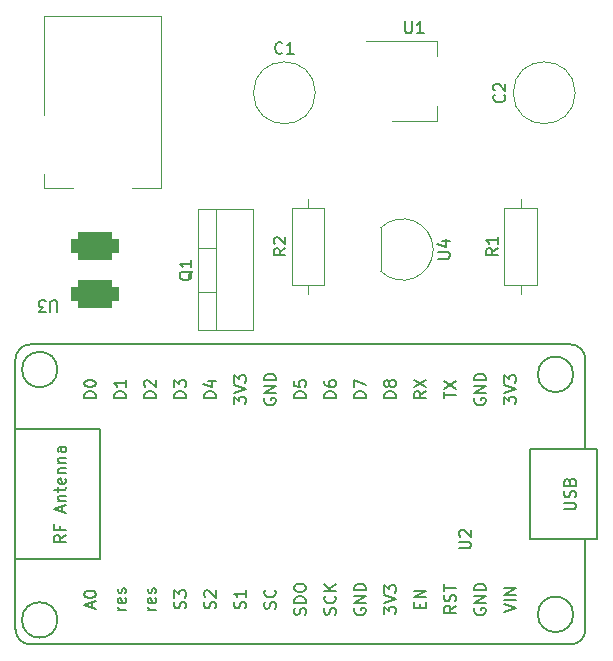
<source format=gto>
G04 #@! TF.GenerationSoftware,KiCad,Pcbnew,(6.0.7)*
G04 #@! TF.CreationDate,2024-02-18T11:09:31-05:00*
G04 #@! TF.ProjectId,temp_fan_controller,74656d70-5f66-4616-9e5f-636f6e74726f,rev?*
G04 #@! TF.SameCoordinates,Original*
G04 #@! TF.FileFunction,Legend,Top*
G04 #@! TF.FilePolarity,Positive*
%FSLAX46Y46*%
G04 Gerber Fmt 4.6, Leading zero omitted, Abs format (unit mm)*
G04 Created by KiCad (PCBNEW (6.0.7)) date 2024-02-18 11:09:31*
%MOMM*%
%LPD*%
G01*
G04 APERTURE LIST*
G04 Aperture macros list*
%AMRoundRect*
0 Rectangle with rounded corners*
0 $1 Rounding radius*
0 $2 $3 $4 $5 $6 $7 $8 $9 X,Y pos of 4 corners*
0 Add a 4 corners polygon primitive as box body*
4,1,4,$2,$3,$4,$5,$6,$7,$8,$9,$2,$3,0*
0 Add four circle primitives for the rounded corners*
1,1,$1+$1,$2,$3*
1,1,$1+$1,$4,$5*
1,1,$1+$1,$6,$7*
1,1,$1+$1,$8,$9*
0 Add four rect primitives between the rounded corners*
20,1,$1+$1,$2,$3,$4,$5,0*
20,1,$1+$1,$4,$5,$6,$7,0*
20,1,$1+$1,$6,$7,$8,$9,0*
20,1,$1+$1,$8,$9,$2,$3,0*%
G04 Aperture macros list end*
%ADD10C,0.150000*%
%ADD11C,0.120000*%
%ADD12C,1.524000*%
%ADD13R,1.300000X1.300000*%
%ADD14C,1.300000*%
%ADD15RoundRect,0.600000X1.400000X0.600000X-1.400000X0.600000X-1.400000X-0.600000X1.400000X-0.600000X0*%
%ADD16R,2.000000X1.500000*%
%ADD17R,2.000000X3.800000*%
%ADD18C,1.600000*%
%ADD19O,1.600000X1.600000*%
%ADD20R,2.000000X1.905000*%
%ADD21O,2.000000X1.905000*%
%ADD22R,4.000000X2.200000*%
%ADD23R,2.200000X4.000000*%
G04 APERTURE END LIST*
D10*
X127012380Y-81031904D02*
X127821904Y-81031904D01*
X127917142Y-80984285D01*
X127964761Y-80936666D01*
X128012380Y-80841428D01*
X128012380Y-80650952D01*
X127964761Y-80555714D01*
X127917142Y-80508095D01*
X127821904Y-80460476D01*
X127012380Y-80460476D01*
X127345714Y-79555714D02*
X128012380Y-79555714D01*
X126964761Y-79793809D02*
X127679047Y-80031904D01*
X127679047Y-79412857D01*
X94761904Y-85547619D02*
X94761904Y-84738095D01*
X94714285Y-84642857D01*
X94666666Y-84595238D01*
X94571428Y-84547619D01*
X94380952Y-84547619D01*
X94285714Y-84595238D01*
X94238095Y-84642857D01*
X94190476Y-84738095D01*
X94190476Y-85547619D01*
X93809523Y-85547619D02*
X93190476Y-85547619D01*
X93523809Y-85166666D01*
X93380952Y-85166666D01*
X93285714Y-85119047D01*
X93238095Y-85071428D01*
X93190476Y-84976190D01*
X93190476Y-84738095D01*
X93238095Y-84642857D01*
X93285714Y-84595238D01*
X93380952Y-84547619D01*
X93666666Y-84547619D01*
X93761904Y-84595238D01*
X93809523Y-84642857D01*
X128787380Y-105571904D02*
X129596904Y-105571904D01*
X129692142Y-105524285D01*
X129739761Y-105476666D01*
X129787380Y-105381428D01*
X129787380Y-105190952D01*
X129739761Y-105095714D01*
X129692142Y-105048095D01*
X129596904Y-105000476D01*
X128787380Y-105000476D01*
X128882619Y-104571904D02*
X128835000Y-104524285D01*
X128787380Y-104429047D01*
X128787380Y-104190952D01*
X128835000Y-104095714D01*
X128882619Y-104048095D01*
X128977857Y-104000476D01*
X129073095Y-104000476D01*
X129215952Y-104048095D01*
X129787380Y-104619523D01*
X129787380Y-104000476D01*
X118357380Y-92848095D02*
X117357380Y-92848095D01*
X117357380Y-92610000D01*
X117405000Y-92467142D01*
X117500238Y-92371904D01*
X117595476Y-92324285D01*
X117785952Y-92276666D01*
X117928809Y-92276666D01*
X118119285Y-92324285D01*
X118214523Y-92371904D01*
X118309761Y-92467142D01*
X118357380Y-92610000D01*
X118357380Y-92848095D01*
X117357380Y-91419523D02*
X117357380Y-91610000D01*
X117405000Y-91705238D01*
X117452619Y-91752857D01*
X117595476Y-91848095D01*
X117785952Y-91895714D01*
X118166904Y-91895714D01*
X118262142Y-91848095D01*
X118309761Y-91800476D01*
X118357380Y-91705238D01*
X118357380Y-91514761D01*
X118309761Y-91419523D01*
X118262142Y-91371904D01*
X118166904Y-91324285D01*
X117928809Y-91324285D01*
X117833571Y-91371904D01*
X117785952Y-91419523D01*
X117738333Y-91514761D01*
X117738333Y-91705238D01*
X117785952Y-91800476D01*
X117833571Y-91848095D01*
X117928809Y-91895714D01*
X98037380Y-92848095D02*
X97037380Y-92848095D01*
X97037380Y-92610000D01*
X97085000Y-92467142D01*
X97180238Y-92371904D01*
X97275476Y-92324285D01*
X97465952Y-92276666D01*
X97608809Y-92276666D01*
X97799285Y-92324285D01*
X97894523Y-92371904D01*
X97989761Y-92467142D01*
X98037380Y-92610000D01*
X98037380Y-92848095D01*
X97037380Y-91657619D02*
X97037380Y-91562380D01*
X97085000Y-91467142D01*
X97132619Y-91419523D01*
X97227857Y-91371904D01*
X97418333Y-91324285D01*
X97656428Y-91324285D01*
X97846904Y-91371904D01*
X97942142Y-91419523D01*
X97989761Y-91467142D01*
X98037380Y-91562380D01*
X98037380Y-91657619D01*
X97989761Y-91752857D01*
X97942142Y-91800476D01*
X97846904Y-91848095D01*
X97656428Y-91895714D01*
X97418333Y-91895714D01*
X97227857Y-91848095D01*
X97132619Y-91800476D01*
X97085000Y-91752857D01*
X97037380Y-91657619D01*
X125453571Y-110628095D02*
X125453571Y-110294761D01*
X125977380Y-110151904D02*
X125977380Y-110628095D01*
X124977380Y-110628095D01*
X124977380Y-110151904D01*
X125977380Y-109723333D02*
X124977380Y-109723333D01*
X125977380Y-109151904D01*
X124977380Y-109151904D01*
X100577380Y-110794761D02*
X99910714Y-110794761D01*
X100101190Y-110794761D02*
X100005952Y-110747142D01*
X99958333Y-110699523D01*
X99910714Y-110604285D01*
X99910714Y-110509047D01*
X100529761Y-109794761D02*
X100577380Y-109890000D01*
X100577380Y-110080476D01*
X100529761Y-110175714D01*
X100434523Y-110223333D01*
X100053571Y-110223333D01*
X99958333Y-110175714D01*
X99910714Y-110080476D01*
X99910714Y-109890000D01*
X99958333Y-109794761D01*
X100053571Y-109747142D01*
X100148809Y-109747142D01*
X100244047Y-110223333D01*
X100529761Y-109366190D02*
X100577380Y-109270952D01*
X100577380Y-109080476D01*
X100529761Y-108985238D01*
X100434523Y-108937619D01*
X100386904Y-108937619D01*
X100291666Y-108985238D01*
X100244047Y-109080476D01*
X100244047Y-109223333D01*
X100196428Y-109318571D01*
X100101190Y-109366190D01*
X100053571Y-109366190D01*
X99958333Y-109318571D01*
X99910714Y-109223333D01*
X99910714Y-109080476D01*
X99958333Y-108985238D01*
X95497380Y-104452380D02*
X95021190Y-104785714D01*
X95497380Y-105023809D02*
X94497380Y-105023809D01*
X94497380Y-104642857D01*
X94545000Y-104547619D01*
X94592619Y-104500000D01*
X94687857Y-104452380D01*
X94830714Y-104452380D01*
X94925952Y-104500000D01*
X94973571Y-104547619D01*
X95021190Y-104642857D01*
X95021190Y-105023809D01*
X94973571Y-103690476D02*
X94973571Y-104023809D01*
X95497380Y-104023809D02*
X94497380Y-104023809D01*
X94497380Y-103547619D01*
X95211666Y-102452380D02*
X95211666Y-101976190D01*
X95497380Y-102547619D02*
X94497380Y-102214285D01*
X95497380Y-101880952D01*
X94830714Y-101547619D02*
X95497380Y-101547619D01*
X94925952Y-101547619D02*
X94878333Y-101500000D01*
X94830714Y-101404761D01*
X94830714Y-101261904D01*
X94878333Y-101166666D01*
X94973571Y-101119047D01*
X95497380Y-101119047D01*
X94830714Y-100785714D02*
X94830714Y-100404761D01*
X94497380Y-100642857D02*
X95354523Y-100642857D01*
X95449761Y-100595238D01*
X95497380Y-100500000D01*
X95497380Y-100404761D01*
X95449761Y-99690476D02*
X95497380Y-99785714D01*
X95497380Y-99976190D01*
X95449761Y-100071428D01*
X95354523Y-100119047D01*
X94973571Y-100119047D01*
X94878333Y-100071428D01*
X94830714Y-99976190D01*
X94830714Y-99785714D01*
X94878333Y-99690476D01*
X94973571Y-99642857D01*
X95068809Y-99642857D01*
X95164047Y-100119047D01*
X94830714Y-99214285D02*
X95497380Y-99214285D01*
X94925952Y-99214285D02*
X94878333Y-99166666D01*
X94830714Y-99071428D01*
X94830714Y-98928571D01*
X94878333Y-98833333D01*
X94973571Y-98785714D01*
X95497380Y-98785714D01*
X94830714Y-98309523D02*
X95497380Y-98309523D01*
X94925952Y-98309523D02*
X94878333Y-98261904D01*
X94830714Y-98166666D01*
X94830714Y-98023809D01*
X94878333Y-97928571D01*
X94973571Y-97880952D01*
X95497380Y-97880952D01*
X95497380Y-96976190D02*
X94973571Y-96976190D01*
X94878333Y-97023809D01*
X94830714Y-97119047D01*
X94830714Y-97309523D01*
X94878333Y-97404761D01*
X95449761Y-96976190D02*
X95497380Y-97071428D01*
X95497380Y-97309523D01*
X95449761Y-97404761D01*
X95354523Y-97452380D01*
X95259285Y-97452380D01*
X95164047Y-97404761D01*
X95116428Y-97309523D01*
X95116428Y-97071428D01*
X95068809Y-96976190D01*
X137677380Y-102261904D02*
X138486904Y-102261904D01*
X138582142Y-102214285D01*
X138629761Y-102166666D01*
X138677380Y-102071428D01*
X138677380Y-101880952D01*
X138629761Y-101785714D01*
X138582142Y-101738095D01*
X138486904Y-101690476D01*
X137677380Y-101690476D01*
X138629761Y-101261904D02*
X138677380Y-101119047D01*
X138677380Y-100880952D01*
X138629761Y-100785714D01*
X138582142Y-100738095D01*
X138486904Y-100690476D01*
X138391666Y-100690476D01*
X138296428Y-100738095D01*
X138248809Y-100785714D01*
X138201190Y-100880952D01*
X138153571Y-101071428D01*
X138105952Y-101166666D01*
X138058333Y-101214285D01*
X137963095Y-101261904D01*
X137867857Y-101261904D01*
X137772619Y-101214285D01*
X137725000Y-101166666D01*
X137677380Y-101071428D01*
X137677380Y-100833333D01*
X137725000Y-100690476D01*
X138153571Y-99928571D02*
X138201190Y-99785714D01*
X138248809Y-99738095D01*
X138344047Y-99690476D01*
X138486904Y-99690476D01*
X138582142Y-99738095D01*
X138629761Y-99785714D01*
X138677380Y-99880952D01*
X138677380Y-100261904D01*
X137677380Y-100261904D01*
X137677380Y-99928571D01*
X137725000Y-99833333D01*
X137772619Y-99785714D01*
X137867857Y-99738095D01*
X137963095Y-99738095D01*
X138058333Y-99785714D01*
X138105952Y-99833333D01*
X138153571Y-99928571D01*
X138153571Y-100261904D01*
X125977380Y-92276666D02*
X125501190Y-92610000D01*
X125977380Y-92848095D02*
X124977380Y-92848095D01*
X124977380Y-92467142D01*
X125025000Y-92371904D01*
X125072619Y-92324285D01*
X125167857Y-92276666D01*
X125310714Y-92276666D01*
X125405952Y-92324285D01*
X125453571Y-92371904D01*
X125501190Y-92467142D01*
X125501190Y-92848095D01*
X124977380Y-91943333D02*
X125977380Y-91276666D01*
X124977380Y-91276666D02*
X125977380Y-91943333D01*
X100577380Y-92848095D02*
X99577380Y-92848095D01*
X99577380Y-92610000D01*
X99625000Y-92467142D01*
X99720238Y-92371904D01*
X99815476Y-92324285D01*
X100005952Y-92276666D01*
X100148809Y-92276666D01*
X100339285Y-92324285D01*
X100434523Y-92371904D01*
X100529761Y-92467142D01*
X100577380Y-92610000D01*
X100577380Y-92848095D01*
X100577380Y-91324285D02*
X100577380Y-91895714D01*
X100577380Y-91610000D02*
X99577380Y-91610000D01*
X99720238Y-91705238D01*
X99815476Y-91800476D01*
X99863095Y-91895714D01*
X132597380Y-110985238D02*
X133597380Y-110651904D01*
X132597380Y-110318571D01*
X133597380Y-109985238D02*
X132597380Y-109985238D01*
X133597380Y-109509047D02*
X132597380Y-109509047D01*
X133597380Y-108937619D01*
X132597380Y-108937619D01*
X119945000Y-110651904D02*
X119897380Y-110747142D01*
X119897380Y-110890000D01*
X119945000Y-111032857D01*
X120040238Y-111128095D01*
X120135476Y-111175714D01*
X120325952Y-111223333D01*
X120468809Y-111223333D01*
X120659285Y-111175714D01*
X120754523Y-111128095D01*
X120849761Y-111032857D01*
X120897380Y-110890000D01*
X120897380Y-110794761D01*
X120849761Y-110651904D01*
X120802142Y-110604285D01*
X120468809Y-110604285D01*
X120468809Y-110794761D01*
X120897380Y-110175714D02*
X119897380Y-110175714D01*
X120897380Y-109604285D01*
X119897380Y-109604285D01*
X120897380Y-109128095D02*
X119897380Y-109128095D01*
X119897380Y-108890000D01*
X119945000Y-108747142D01*
X120040238Y-108651904D01*
X120135476Y-108604285D01*
X120325952Y-108556666D01*
X120468809Y-108556666D01*
X120659285Y-108604285D01*
X120754523Y-108651904D01*
X120849761Y-108747142D01*
X120897380Y-108890000D01*
X120897380Y-109128095D01*
X115769761Y-111199523D02*
X115817380Y-111056666D01*
X115817380Y-110818571D01*
X115769761Y-110723333D01*
X115722142Y-110675714D01*
X115626904Y-110628095D01*
X115531666Y-110628095D01*
X115436428Y-110675714D01*
X115388809Y-110723333D01*
X115341190Y-110818571D01*
X115293571Y-111009047D01*
X115245952Y-111104285D01*
X115198333Y-111151904D01*
X115103095Y-111199523D01*
X115007857Y-111199523D01*
X114912619Y-111151904D01*
X114865000Y-111104285D01*
X114817380Y-111009047D01*
X114817380Y-110770952D01*
X114865000Y-110628095D01*
X115817380Y-110199523D02*
X114817380Y-110199523D01*
X114817380Y-109961428D01*
X114865000Y-109818571D01*
X114960238Y-109723333D01*
X115055476Y-109675714D01*
X115245952Y-109628095D01*
X115388809Y-109628095D01*
X115579285Y-109675714D01*
X115674523Y-109723333D01*
X115769761Y-109818571D01*
X115817380Y-109961428D01*
X115817380Y-110199523D01*
X114817380Y-109009047D02*
X114817380Y-108818571D01*
X114865000Y-108723333D01*
X114960238Y-108628095D01*
X115150714Y-108580476D01*
X115484047Y-108580476D01*
X115674523Y-108628095D01*
X115769761Y-108723333D01*
X115817380Y-108818571D01*
X115817380Y-109009047D01*
X115769761Y-109104285D01*
X115674523Y-109199523D01*
X115484047Y-109247142D01*
X115150714Y-109247142D01*
X114960238Y-109199523D01*
X114865000Y-109104285D01*
X114817380Y-109009047D01*
X97751666Y-110604285D02*
X97751666Y-110128095D01*
X98037380Y-110699523D02*
X97037380Y-110366190D01*
X98037380Y-110032857D01*
X97037380Y-109509047D02*
X97037380Y-109413809D01*
X97085000Y-109318571D01*
X97132619Y-109270952D01*
X97227857Y-109223333D01*
X97418333Y-109175714D01*
X97656428Y-109175714D01*
X97846904Y-109223333D01*
X97942142Y-109270952D01*
X97989761Y-109318571D01*
X98037380Y-109413809D01*
X98037380Y-109509047D01*
X97989761Y-109604285D01*
X97942142Y-109651904D01*
X97846904Y-109699523D01*
X97656428Y-109747142D01*
X97418333Y-109747142D01*
X97227857Y-109699523D01*
X97132619Y-109651904D01*
X97085000Y-109604285D01*
X97037380Y-109509047D01*
X108197380Y-92848095D02*
X107197380Y-92848095D01*
X107197380Y-92610000D01*
X107245000Y-92467142D01*
X107340238Y-92371904D01*
X107435476Y-92324285D01*
X107625952Y-92276666D01*
X107768809Y-92276666D01*
X107959285Y-92324285D01*
X108054523Y-92371904D01*
X108149761Y-92467142D01*
X108197380Y-92610000D01*
X108197380Y-92848095D01*
X107530714Y-91419523D02*
X108197380Y-91419523D01*
X107149761Y-91657619D02*
X107864047Y-91895714D01*
X107864047Y-91276666D01*
X130105000Y-92871904D02*
X130057380Y-92967142D01*
X130057380Y-93110000D01*
X130105000Y-93252857D01*
X130200238Y-93348095D01*
X130295476Y-93395714D01*
X130485952Y-93443333D01*
X130628809Y-93443333D01*
X130819285Y-93395714D01*
X130914523Y-93348095D01*
X131009761Y-93252857D01*
X131057380Y-93110000D01*
X131057380Y-93014761D01*
X131009761Y-92871904D01*
X130962142Y-92824285D01*
X130628809Y-92824285D01*
X130628809Y-93014761D01*
X131057380Y-92395714D02*
X130057380Y-92395714D01*
X131057380Y-91824285D01*
X130057380Y-91824285D01*
X131057380Y-91348095D02*
X130057380Y-91348095D01*
X130057380Y-91110000D01*
X130105000Y-90967142D01*
X130200238Y-90871904D01*
X130295476Y-90824285D01*
X130485952Y-90776666D01*
X130628809Y-90776666D01*
X130819285Y-90824285D01*
X130914523Y-90871904D01*
X131009761Y-90967142D01*
X131057380Y-91110000D01*
X131057380Y-91348095D01*
X122437380Y-111128095D02*
X122437380Y-110509047D01*
X122818333Y-110842380D01*
X122818333Y-110699523D01*
X122865952Y-110604285D01*
X122913571Y-110556666D01*
X123008809Y-110509047D01*
X123246904Y-110509047D01*
X123342142Y-110556666D01*
X123389761Y-110604285D01*
X123437380Y-110699523D01*
X123437380Y-110985238D01*
X123389761Y-111080476D01*
X123342142Y-111128095D01*
X122437380Y-110223333D02*
X123437380Y-109890000D01*
X122437380Y-109556666D01*
X122437380Y-109318571D02*
X122437380Y-108699523D01*
X122818333Y-109032857D01*
X122818333Y-108890000D01*
X122865952Y-108794761D01*
X122913571Y-108747142D01*
X123008809Y-108699523D01*
X123246904Y-108699523D01*
X123342142Y-108747142D01*
X123389761Y-108794761D01*
X123437380Y-108890000D01*
X123437380Y-109175714D01*
X123389761Y-109270952D01*
X123342142Y-109318571D01*
X110689761Y-110651904D02*
X110737380Y-110509047D01*
X110737380Y-110270952D01*
X110689761Y-110175714D01*
X110642142Y-110128095D01*
X110546904Y-110080476D01*
X110451666Y-110080476D01*
X110356428Y-110128095D01*
X110308809Y-110175714D01*
X110261190Y-110270952D01*
X110213571Y-110461428D01*
X110165952Y-110556666D01*
X110118333Y-110604285D01*
X110023095Y-110651904D01*
X109927857Y-110651904D01*
X109832619Y-110604285D01*
X109785000Y-110556666D01*
X109737380Y-110461428D01*
X109737380Y-110223333D01*
X109785000Y-110080476D01*
X110737380Y-109128095D02*
X110737380Y-109699523D01*
X110737380Y-109413809D02*
X109737380Y-109413809D01*
X109880238Y-109509047D01*
X109975476Y-109604285D01*
X110023095Y-109699523D01*
X109737380Y-93348095D02*
X109737380Y-92729047D01*
X110118333Y-93062380D01*
X110118333Y-92919523D01*
X110165952Y-92824285D01*
X110213571Y-92776666D01*
X110308809Y-92729047D01*
X110546904Y-92729047D01*
X110642142Y-92776666D01*
X110689761Y-92824285D01*
X110737380Y-92919523D01*
X110737380Y-93205238D01*
X110689761Y-93300476D01*
X110642142Y-93348095D01*
X109737380Y-92443333D02*
X110737380Y-92110000D01*
X109737380Y-91776666D01*
X109737380Y-91538571D02*
X109737380Y-90919523D01*
X110118333Y-91252857D01*
X110118333Y-91110000D01*
X110165952Y-91014761D01*
X110213571Y-90967142D01*
X110308809Y-90919523D01*
X110546904Y-90919523D01*
X110642142Y-90967142D01*
X110689761Y-91014761D01*
X110737380Y-91110000D01*
X110737380Y-91395714D01*
X110689761Y-91490952D01*
X110642142Y-91538571D01*
X120897380Y-92848095D02*
X119897380Y-92848095D01*
X119897380Y-92610000D01*
X119945000Y-92467142D01*
X120040238Y-92371904D01*
X120135476Y-92324285D01*
X120325952Y-92276666D01*
X120468809Y-92276666D01*
X120659285Y-92324285D01*
X120754523Y-92371904D01*
X120849761Y-92467142D01*
X120897380Y-92610000D01*
X120897380Y-92848095D01*
X119897380Y-91943333D02*
X119897380Y-91276666D01*
X120897380Y-91705238D01*
X123437380Y-92848095D02*
X122437380Y-92848095D01*
X122437380Y-92610000D01*
X122485000Y-92467142D01*
X122580238Y-92371904D01*
X122675476Y-92324285D01*
X122865952Y-92276666D01*
X123008809Y-92276666D01*
X123199285Y-92324285D01*
X123294523Y-92371904D01*
X123389761Y-92467142D01*
X123437380Y-92610000D01*
X123437380Y-92848095D01*
X122865952Y-91705238D02*
X122818333Y-91800476D01*
X122770714Y-91848095D01*
X122675476Y-91895714D01*
X122627857Y-91895714D01*
X122532619Y-91848095D01*
X122485000Y-91800476D01*
X122437380Y-91705238D01*
X122437380Y-91514761D01*
X122485000Y-91419523D01*
X122532619Y-91371904D01*
X122627857Y-91324285D01*
X122675476Y-91324285D01*
X122770714Y-91371904D01*
X122818333Y-91419523D01*
X122865952Y-91514761D01*
X122865952Y-91705238D01*
X122913571Y-91800476D01*
X122961190Y-91848095D01*
X123056428Y-91895714D01*
X123246904Y-91895714D01*
X123342142Y-91848095D01*
X123389761Y-91800476D01*
X123437380Y-91705238D01*
X123437380Y-91514761D01*
X123389761Y-91419523D01*
X123342142Y-91371904D01*
X123246904Y-91324285D01*
X123056428Y-91324285D01*
X122961190Y-91371904D01*
X122913571Y-91419523D01*
X122865952Y-91514761D01*
X113229761Y-110675714D02*
X113277380Y-110532857D01*
X113277380Y-110294761D01*
X113229761Y-110199523D01*
X113182142Y-110151904D01*
X113086904Y-110104285D01*
X112991666Y-110104285D01*
X112896428Y-110151904D01*
X112848809Y-110199523D01*
X112801190Y-110294761D01*
X112753571Y-110485238D01*
X112705952Y-110580476D01*
X112658333Y-110628095D01*
X112563095Y-110675714D01*
X112467857Y-110675714D01*
X112372619Y-110628095D01*
X112325000Y-110580476D01*
X112277380Y-110485238D01*
X112277380Y-110247142D01*
X112325000Y-110104285D01*
X113182142Y-109104285D02*
X113229761Y-109151904D01*
X113277380Y-109294761D01*
X113277380Y-109390000D01*
X113229761Y-109532857D01*
X113134523Y-109628095D01*
X113039285Y-109675714D01*
X112848809Y-109723333D01*
X112705952Y-109723333D01*
X112515476Y-109675714D01*
X112420238Y-109628095D01*
X112325000Y-109532857D01*
X112277380Y-109390000D01*
X112277380Y-109294761D01*
X112325000Y-109151904D01*
X112372619Y-109104285D01*
X105657380Y-92848095D02*
X104657380Y-92848095D01*
X104657380Y-92610000D01*
X104705000Y-92467142D01*
X104800238Y-92371904D01*
X104895476Y-92324285D01*
X105085952Y-92276666D01*
X105228809Y-92276666D01*
X105419285Y-92324285D01*
X105514523Y-92371904D01*
X105609761Y-92467142D01*
X105657380Y-92610000D01*
X105657380Y-92848095D01*
X104657380Y-91943333D02*
X104657380Y-91324285D01*
X105038333Y-91657619D01*
X105038333Y-91514761D01*
X105085952Y-91419523D01*
X105133571Y-91371904D01*
X105228809Y-91324285D01*
X105466904Y-91324285D01*
X105562142Y-91371904D01*
X105609761Y-91419523D01*
X105657380Y-91514761D01*
X105657380Y-91800476D01*
X105609761Y-91895714D01*
X105562142Y-91943333D01*
X128517380Y-110437619D02*
X128041190Y-110770952D01*
X128517380Y-111009047D02*
X127517380Y-111009047D01*
X127517380Y-110628095D01*
X127565000Y-110532857D01*
X127612619Y-110485238D01*
X127707857Y-110437619D01*
X127850714Y-110437619D01*
X127945952Y-110485238D01*
X127993571Y-110532857D01*
X128041190Y-110628095D01*
X128041190Y-111009047D01*
X128469761Y-110056666D02*
X128517380Y-109913809D01*
X128517380Y-109675714D01*
X128469761Y-109580476D01*
X128422142Y-109532857D01*
X128326904Y-109485238D01*
X128231666Y-109485238D01*
X128136428Y-109532857D01*
X128088809Y-109580476D01*
X128041190Y-109675714D01*
X127993571Y-109866190D01*
X127945952Y-109961428D01*
X127898333Y-110009047D01*
X127803095Y-110056666D01*
X127707857Y-110056666D01*
X127612619Y-110009047D01*
X127565000Y-109961428D01*
X127517380Y-109866190D01*
X127517380Y-109628095D01*
X127565000Y-109485238D01*
X127517380Y-109199523D02*
X127517380Y-108628095D01*
X128517380Y-108913809D02*
X127517380Y-108913809D01*
X108149761Y-110651904D02*
X108197380Y-110509047D01*
X108197380Y-110270952D01*
X108149761Y-110175714D01*
X108102142Y-110128095D01*
X108006904Y-110080476D01*
X107911666Y-110080476D01*
X107816428Y-110128095D01*
X107768809Y-110175714D01*
X107721190Y-110270952D01*
X107673571Y-110461428D01*
X107625952Y-110556666D01*
X107578333Y-110604285D01*
X107483095Y-110651904D01*
X107387857Y-110651904D01*
X107292619Y-110604285D01*
X107245000Y-110556666D01*
X107197380Y-110461428D01*
X107197380Y-110223333D01*
X107245000Y-110080476D01*
X107292619Y-109699523D02*
X107245000Y-109651904D01*
X107197380Y-109556666D01*
X107197380Y-109318571D01*
X107245000Y-109223333D01*
X107292619Y-109175714D01*
X107387857Y-109128095D01*
X107483095Y-109128095D01*
X107625952Y-109175714D01*
X108197380Y-109747142D01*
X108197380Y-109128095D01*
X127517380Y-92871904D02*
X127517380Y-92300476D01*
X128517380Y-92586190D02*
X127517380Y-92586190D01*
X127517380Y-92062380D02*
X128517380Y-91395714D01*
X127517380Y-91395714D02*
X128517380Y-92062380D01*
X118309761Y-111175714D02*
X118357380Y-111032857D01*
X118357380Y-110794761D01*
X118309761Y-110699523D01*
X118262142Y-110651904D01*
X118166904Y-110604285D01*
X118071666Y-110604285D01*
X117976428Y-110651904D01*
X117928809Y-110699523D01*
X117881190Y-110794761D01*
X117833571Y-110985238D01*
X117785952Y-111080476D01*
X117738333Y-111128095D01*
X117643095Y-111175714D01*
X117547857Y-111175714D01*
X117452619Y-111128095D01*
X117405000Y-111080476D01*
X117357380Y-110985238D01*
X117357380Y-110747142D01*
X117405000Y-110604285D01*
X118262142Y-109604285D02*
X118309761Y-109651904D01*
X118357380Y-109794761D01*
X118357380Y-109890000D01*
X118309761Y-110032857D01*
X118214523Y-110128095D01*
X118119285Y-110175714D01*
X117928809Y-110223333D01*
X117785952Y-110223333D01*
X117595476Y-110175714D01*
X117500238Y-110128095D01*
X117405000Y-110032857D01*
X117357380Y-109890000D01*
X117357380Y-109794761D01*
X117405000Y-109651904D01*
X117452619Y-109604285D01*
X118357380Y-109175714D02*
X117357380Y-109175714D01*
X118357380Y-108604285D02*
X117785952Y-109032857D01*
X117357380Y-108604285D02*
X117928809Y-109175714D01*
X103117380Y-92848095D02*
X102117380Y-92848095D01*
X102117380Y-92610000D01*
X102165000Y-92467142D01*
X102260238Y-92371904D01*
X102355476Y-92324285D01*
X102545952Y-92276666D01*
X102688809Y-92276666D01*
X102879285Y-92324285D01*
X102974523Y-92371904D01*
X103069761Y-92467142D01*
X103117380Y-92610000D01*
X103117380Y-92848095D01*
X102212619Y-91895714D02*
X102165000Y-91848095D01*
X102117380Y-91752857D01*
X102117380Y-91514761D01*
X102165000Y-91419523D01*
X102212619Y-91371904D01*
X102307857Y-91324285D01*
X102403095Y-91324285D01*
X102545952Y-91371904D01*
X103117380Y-91943333D01*
X103117380Y-91324285D01*
X105609761Y-110651904D02*
X105657380Y-110509047D01*
X105657380Y-110270952D01*
X105609761Y-110175714D01*
X105562142Y-110128095D01*
X105466904Y-110080476D01*
X105371666Y-110080476D01*
X105276428Y-110128095D01*
X105228809Y-110175714D01*
X105181190Y-110270952D01*
X105133571Y-110461428D01*
X105085952Y-110556666D01*
X105038333Y-110604285D01*
X104943095Y-110651904D01*
X104847857Y-110651904D01*
X104752619Y-110604285D01*
X104705000Y-110556666D01*
X104657380Y-110461428D01*
X104657380Y-110223333D01*
X104705000Y-110080476D01*
X104657380Y-109747142D02*
X104657380Y-109128095D01*
X105038333Y-109461428D01*
X105038333Y-109318571D01*
X105085952Y-109223333D01*
X105133571Y-109175714D01*
X105228809Y-109128095D01*
X105466904Y-109128095D01*
X105562142Y-109175714D01*
X105609761Y-109223333D01*
X105657380Y-109318571D01*
X105657380Y-109604285D01*
X105609761Y-109699523D01*
X105562142Y-109747142D01*
X130105000Y-110651904D02*
X130057380Y-110747142D01*
X130057380Y-110890000D01*
X130105000Y-111032857D01*
X130200238Y-111128095D01*
X130295476Y-111175714D01*
X130485952Y-111223333D01*
X130628809Y-111223333D01*
X130819285Y-111175714D01*
X130914523Y-111128095D01*
X131009761Y-111032857D01*
X131057380Y-110890000D01*
X131057380Y-110794761D01*
X131009761Y-110651904D01*
X130962142Y-110604285D01*
X130628809Y-110604285D01*
X130628809Y-110794761D01*
X131057380Y-110175714D02*
X130057380Y-110175714D01*
X131057380Y-109604285D01*
X130057380Y-109604285D01*
X131057380Y-109128095D02*
X130057380Y-109128095D01*
X130057380Y-108890000D01*
X130105000Y-108747142D01*
X130200238Y-108651904D01*
X130295476Y-108604285D01*
X130485952Y-108556666D01*
X130628809Y-108556666D01*
X130819285Y-108604285D01*
X130914523Y-108651904D01*
X131009761Y-108747142D01*
X131057380Y-108890000D01*
X131057380Y-109128095D01*
X132597380Y-93348095D02*
X132597380Y-92729047D01*
X132978333Y-93062380D01*
X132978333Y-92919523D01*
X133025952Y-92824285D01*
X133073571Y-92776666D01*
X133168809Y-92729047D01*
X133406904Y-92729047D01*
X133502142Y-92776666D01*
X133549761Y-92824285D01*
X133597380Y-92919523D01*
X133597380Y-93205238D01*
X133549761Y-93300476D01*
X133502142Y-93348095D01*
X132597380Y-92443333D02*
X133597380Y-92110000D01*
X132597380Y-91776666D01*
X132597380Y-91538571D02*
X132597380Y-90919523D01*
X132978333Y-91252857D01*
X132978333Y-91110000D01*
X133025952Y-91014761D01*
X133073571Y-90967142D01*
X133168809Y-90919523D01*
X133406904Y-90919523D01*
X133502142Y-90967142D01*
X133549761Y-91014761D01*
X133597380Y-91110000D01*
X133597380Y-91395714D01*
X133549761Y-91490952D01*
X133502142Y-91538571D01*
X115817380Y-92848095D02*
X114817380Y-92848095D01*
X114817380Y-92610000D01*
X114865000Y-92467142D01*
X114960238Y-92371904D01*
X115055476Y-92324285D01*
X115245952Y-92276666D01*
X115388809Y-92276666D01*
X115579285Y-92324285D01*
X115674523Y-92371904D01*
X115769761Y-92467142D01*
X115817380Y-92610000D01*
X115817380Y-92848095D01*
X114817380Y-91371904D02*
X114817380Y-91848095D01*
X115293571Y-91895714D01*
X115245952Y-91848095D01*
X115198333Y-91752857D01*
X115198333Y-91514761D01*
X115245952Y-91419523D01*
X115293571Y-91371904D01*
X115388809Y-91324285D01*
X115626904Y-91324285D01*
X115722142Y-91371904D01*
X115769761Y-91419523D01*
X115817380Y-91514761D01*
X115817380Y-91752857D01*
X115769761Y-91848095D01*
X115722142Y-91895714D01*
X103117380Y-110794761D02*
X102450714Y-110794761D01*
X102641190Y-110794761D02*
X102545952Y-110747142D01*
X102498333Y-110699523D01*
X102450714Y-110604285D01*
X102450714Y-110509047D01*
X103069761Y-109794761D02*
X103117380Y-109890000D01*
X103117380Y-110080476D01*
X103069761Y-110175714D01*
X102974523Y-110223333D01*
X102593571Y-110223333D01*
X102498333Y-110175714D01*
X102450714Y-110080476D01*
X102450714Y-109890000D01*
X102498333Y-109794761D01*
X102593571Y-109747142D01*
X102688809Y-109747142D01*
X102784047Y-110223333D01*
X103069761Y-109366190D02*
X103117380Y-109270952D01*
X103117380Y-109080476D01*
X103069761Y-108985238D01*
X102974523Y-108937619D01*
X102926904Y-108937619D01*
X102831666Y-108985238D01*
X102784047Y-109080476D01*
X102784047Y-109223333D01*
X102736428Y-109318571D01*
X102641190Y-109366190D01*
X102593571Y-109366190D01*
X102498333Y-109318571D01*
X102450714Y-109223333D01*
X102450714Y-109080476D01*
X102498333Y-108985238D01*
X112325000Y-92871904D02*
X112277380Y-92967142D01*
X112277380Y-93110000D01*
X112325000Y-93252857D01*
X112420238Y-93348095D01*
X112515476Y-93395714D01*
X112705952Y-93443333D01*
X112848809Y-93443333D01*
X113039285Y-93395714D01*
X113134523Y-93348095D01*
X113229761Y-93252857D01*
X113277380Y-93110000D01*
X113277380Y-93014761D01*
X113229761Y-92871904D01*
X113182142Y-92824285D01*
X112848809Y-92824285D01*
X112848809Y-93014761D01*
X113277380Y-92395714D02*
X112277380Y-92395714D01*
X113277380Y-91824285D01*
X112277380Y-91824285D01*
X113277380Y-91348095D02*
X112277380Y-91348095D01*
X112277380Y-91110000D01*
X112325000Y-90967142D01*
X112420238Y-90871904D01*
X112515476Y-90824285D01*
X112705952Y-90776666D01*
X112848809Y-90776666D01*
X113039285Y-90824285D01*
X113134523Y-90871904D01*
X113229761Y-90967142D01*
X113277380Y-91110000D01*
X113277380Y-91348095D01*
X124238095Y-60952380D02*
X124238095Y-61761904D01*
X124285714Y-61857142D01*
X124333333Y-61904761D01*
X124428571Y-61952380D01*
X124619047Y-61952380D01*
X124714285Y-61904761D01*
X124761904Y-61857142D01*
X124809523Y-61761904D01*
X124809523Y-60952380D01*
X125809523Y-61952380D02*
X125238095Y-61952380D01*
X125523809Y-61952380D02*
X125523809Y-60952380D01*
X125428571Y-61095238D01*
X125333333Y-61190476D01*
X125238095Y-61238095D01*
X114082380Y-80166666D02*
X113606190Y-80500000D01*
X114082380Y-80738095D02*
X113082380Y-80738095D01*
X113082380Y-80357142D01*
X113130000Y-80261904D01*
X113177619Y-80214285D01*
X113272857Y-80166666D01*
X113415714Y-80166666D01*
X113510952Y-80214285D01*
X113558571Y-80261904D01*
X113606190Y-80357142D01*
X113606190Y-80738095D01*
X113177619Y-79785714D02*
X113130000Y-79738095D01*
X113082380Y-79642857D01*
X113082380Y-79404761D01*
X113130000Y-79309523D01*
X113177619Y-79261904D01*
X113272857Y-79214285D01*
X113368095Y-79214285D01*
X113510952Y-79261904D01*
X114082380Y-79833333D01*
X114082380Y-79214285D01*
X132082380Y-80166666D02*
X131606190Y-80500000D01*
X132082380Y-80738095D02*
X131082380Y-80738095D01*
X131082380Y-80357142D01*
X131130000Y-80261904D01*
X131177619Y-80214285D01*
X131272857Y-80166666D01*
X131415714Y-80166666D01*
X131510952Y-80214285D01*
X131558571Y-80261904D01*
X131606190Y-80357142D01*
X131606190Y-80738095D01*
X132082380Y-79214285D02*
X132082380Y-79785714D01*
X132082380Y-79500000D02*
X131082380Y-79500000D01*
X131225238Y-79595238D01*
X131320476Y-79690476D01*
X131368095Y-79785714D01*
X106222619Y-82095238D02*
X106175000Y-82190476D01*
X106079761Y-82285714D01*
X105936904Y-82428571D01*
X105889285Y-82523809D01*
X105889285Y-82619047D01*
X106127380Y-82571428D02*
X106079761Y-82666666D01*
X105984523Y-82761904D01*
X105794047Y-82809523D01*
X105460714Y-82809523D01*
X105270238Y-82761904D01*
X105175000Y-82666666D01*
X105127380Y-82571428D01*
X105127380Y-82380952D01*
X105175000Y-82285714D01*
X105270238Y-82190476D01*
X105460714Y-82142857D01*
X105794047Y-82142857D01*
X105984523Y-82190476D01*
X106079761Y-82285714D01*
X106127380Y-82380952D01*
X106127380Y-82571428D01*
X106127380Y-81190476D02*
X106127380Y-81761904D01*
X106127380Y-81476190D02*
X105127380Y-81476190D01*
X105270238Y-81571428D01*
X105365476Y-81666666D01*
X105413095Y-81761904D01*
X132607142Y-67166666D02*
X132654761Y-67214285D01*
X132702380Y-67357142D01*
X132702380Y-67452380D01*
X132654761Y-67595238D01*
X132559523Y-67690476D01*
X132464285Y-67738095D01*
X132273809Y-67785714D01*
X132130952Y-67785714D01*
X131940476Y-67738095D01*
X131845238Y-67690476D01*
X131750000Y-67595238D01*
X131702380Y-67452380D01*
X131702380Y-67357142D01*
X131750000Y-67214285D01*
X131797619Y-67166666D01*
X131797619Y-66785714D02*
X131750000Y-66738095D01*
X131702380Y-66642857D01*
X131702380Y-66404761D01*
X131750000Y-66309523D01*
X131797619Y-66261904D01*
X131892857Y-66214285D01*
X131988095Y-66214285D01*
X132130952Y-66261904D01*
X132702380Y-66833333D01*
X132702380Y-66214285D01*
X113833333Y-63607142D02*
X113785714Y-63654761D01*
X113642857Y-63702380D01*
X113547619Y-63702380D01*
X113404761Y-63654761D01*
X113309523Y-63559523D01*
X113261904Y-63464285D01*
X113214285Y-63273809D01*
X113214285Y-63130952D01*
X113261904Y-62940476D01*
X113309523Y-62845238D01*
X113404761Y-62750000D01*
X113547619Y-62702380D01*
X113642857Y-62702380D01*
X113785714Y-62750000D01*
X113833333Y-62797619D01*
X114785714Y-63702380D02*
X114214285Y-63702380D01*
X114500000Y-63702380D02*
X114500000Y-62702380D01*
X114404761Y-62845238D01*
X114309523Y-62940476D01*
X114214285Y-62988095D01*
D11*
X122150000Y-78470000D02*
X122150000Y-82070000D01*
X122161522Y-82108478D02*
G75*
G03*
X126600000Y-80270000I1838478J1838478D01*
G01*
X126600001Y-80270000D02*
G75*
G03*
X122161522Y-78431522I-2600001J0D01*
G01*
D10*
X92505000Y-88300000D02*
X138225000Y-88300000D01*
X134765000Y-97200000D02*
X140495000Y-97200000D01*
X134765000Y-104800000D02*
X134765000Y-97200000D01*
X91235000Y-89570000D02*
X91235000Y-112430000D01*
X140495000Y-97200000D02*
X140495000Y-104800000D01*
X98365000Y-106500000D02*
X91235000Y-106500000D01*
X91235000Y-95500000D02*
X98365000Y-95500000D01*
X92505000Y-113700000D02*
X138225000Y-113700000D01*
X140495000Y-104800000D02*
X134765000Y-104800000D01*
X139495000Y-104810000D02*
X139495000Y-112430000D01*
X98365000Y-95500000D02*
X98365000Y-106500000D01*
X139495000Y-89570000D02*
X139495000Y-97190000D01*
X139495000Y-89570000D02*
G75*
G03*
X138225000Y-88300000I-1270000J0D01*
G01*
X92505000Y-88300000D02*
G75*
G03*
X91235000Y-89570000I0J-1270000D01*
G01*
X138225000Y-113700000D02*
G75*
G03*
X139495000Y-112430000I1J1269999D01*
G01*
X91235000Y-112430000D02*
G75*
G03*
X92505000Y-113700000I1269999J-1D01*
G01*
X94785000Y-90430000D02*
G75*
G03*
X94785000Y-90430000I-1500000J0D01*
G01*
X138455000Y-111160000D02*
G75*
G03*
X138455000Y-111160000I-1500000J0D01*
G01*
X94785000Y-111630000D02*
G75*
G03*
X94785000Y-111630000I-1500000J0D01*
G01*
X138455000Y-90840000D02*
G75*
G03*
X138455000Y-90840000I-1500000J0D01*
G01*
D11*
X120900000Y-62590000D02*
X126910000Y-62590000D01*
X126910000Y-62590000D02*
X126910000Y-63850000D01*
X126910000Y-69410000D02*
X126910000Y-68150000D01*
X123150000Y-69410000D02*
X126910000Y-69410000D01*
X116000000Y-75960000D02*
X116000000Y-76730000D01*
X116000000Y-84040000D02*
X116000000Y-83270000D01*
X114630000Y-83270000D02*
X117370000Y-83270000D01*
X117370000Y-76730000D02*
X114630000Y-76730000D01*
X117370000Y-83270000D02*
X117370000Y-76730000D01*
X114630000Y-76730000D02*
X114630000Y-83270000D01*
X134000000Y-75960000D02*
X134000000Y-76730000D01*
X134000000Y-84040000D02*
X134000000Y-83270000D01*
X132630000Y-83270000D02*
X135370000Y-83270000D01*
X135370000Y-76730000D02*
X132630000Y-76730000D01*
X135370000Y-83270000D02*
X135370000Y-76730000D01*
X132630000Y-76730000D02*
X132630000Y-83270000D01*
X106675000Y-87120000D02*
X106675000Y-76880000D01*
X106675000Y-83850000D02*
X108185000Y-83850000D01*
X106675000Y-80149000D02*
X108185000Y-80149000D01*
X106675000Y-87120000D02*
X111316000Y-87120000D01*
X111316000Y-87120000D02*
X111316000Y-76880000D01*
X106675000Y-76880000D02*
X111316000Y-76880000D01*
X108185000Y-87120000D02*
X108185000Y-76880000D01*
X138620000Y-67000000D02*
G75*
G03*
X138620000Y-67000000I-2620000J0D01*
G01*
X116620000Y-67000000D02*
G75*
G03*
X116620000Y-67000000I-2620000J0D01*
G01*
X93625000Y-60500000D02*
X93625000Y-68900000D01*
X93625000Y-75100000D02*
X96075000Y-75100000D01*
X103525000Y-75100000D02*
X103525000Y-60500000D01*
X93625000Y-75100000D02*
X93625000Y-73900000D01*
X103525000Y-60500000D02*
X93625000Y-60500000D01*
X103525000Y-75100000D02*
X101075000Y-75100000D01*
D12*
X97585000Y-112430000D03*
X100125000Y-112430000D03*
X102665000Y-112430000D03*
X105205000Y-112430000D03*
X107745000Y-112430000D03*
X110285000Y-112430000D03*
X112825000Y-112430000D03*
X115365000Y-112430000D03*
X117905000Y-112430000D03*
X120445000Y-112430000D03*
X122985000Y-112430000D03*
X125525000Y-112430000D03*
X128065000Y-112430000D03*
X130605000Y-112430000D03*
X133145000Y-112430000D03*
X133145000Y-89570000D03*
X130605000Y-89570000D03*
X128065000Y-89570000D03*
X125525000Y-89570000D03*
X122985000Y-89570000D03*
X120445000Y-89570000D03*
X117905000Y-89570000D03*
X115365000Y-89570000D03*
X112825000Y-89570000D03*
X110285000Y-89570000D03*
X107745000Y-89570000D03*
X105205000Y-89570000D03*
X102665000Y-89570000D03*
X100125000Y-89570000D03*
X97585000Y-89570000D03*
%LPC*%
D13*
X124000000Y-79000000D03*
D14*
X125270000Y-80270000D03*
X124000000Y-81540000D03*
D15*
X98000000Y-80000000D03*
X98000000Y-84000000D03*
D12*
X97585000Y-112430000D03*
X100125000Y-112430000D03*
X102665000Y-112430000D03*
X105205000Y-112430000D03*
X107745000Y-112430000D03*
X110285000Y-112430000D03*
X112825000Y-112430000D03*
X115365000Y-112430000D03*
X117905000Y-112430000D03*
X120445000Y-112430000D03*
X122985000Y-112430000D03*
X125525000Y-112430000D03*
X128065000Y-112430000D03*
X130605000Y-112430000D03*
X133145000Y-112430000D03*
X133145000Y-89570000D03*
X130605000Y-89570000D03*
X128065000Y-89570000D03*
X125525000Y-89570000D03*
X122985000Y-89570000D03*
X120445000Y-89570000D03*
X117905000Y-89570000D03*
X115365000Y-89570000D03*
X112825000Y-89570000D03*
X110285000Y-89570000D03*
X107745000Y-89570000D03*
X105205000Y-89570000D03*
X102665000Y-89570000D03*
X100125000Y-89570000D03*
X97585000Y-89570000D03*
D16*
X121850000Y-63700000D03*
X121850000Y-66000000D03*
X121850000Y-68300000D03*
D17*
X128150000Y-66000000D03*
D18*
X116000000Y-85080000D03*
D19*
X116000000Y-74920000D03*
D18*
X134000000Y-85080000D03*
D19*
X134000000Y-74920000D03*
D20*
X109945000Y-84540000D03*
D21*
X109945000Y-82000000D03*
X109945000Y-79460000D03*
D18*
X136000000Y-68000000D03*
X136000000Y-66000000D03*
X113000000Y-67000000D03*
X115000000Y-67000000D03*
D22*
X98575000Y-74400000D03*
X98575000Y-68400000D03*
D23*
X93575000Y-71400000D03*
M02*

</source>
